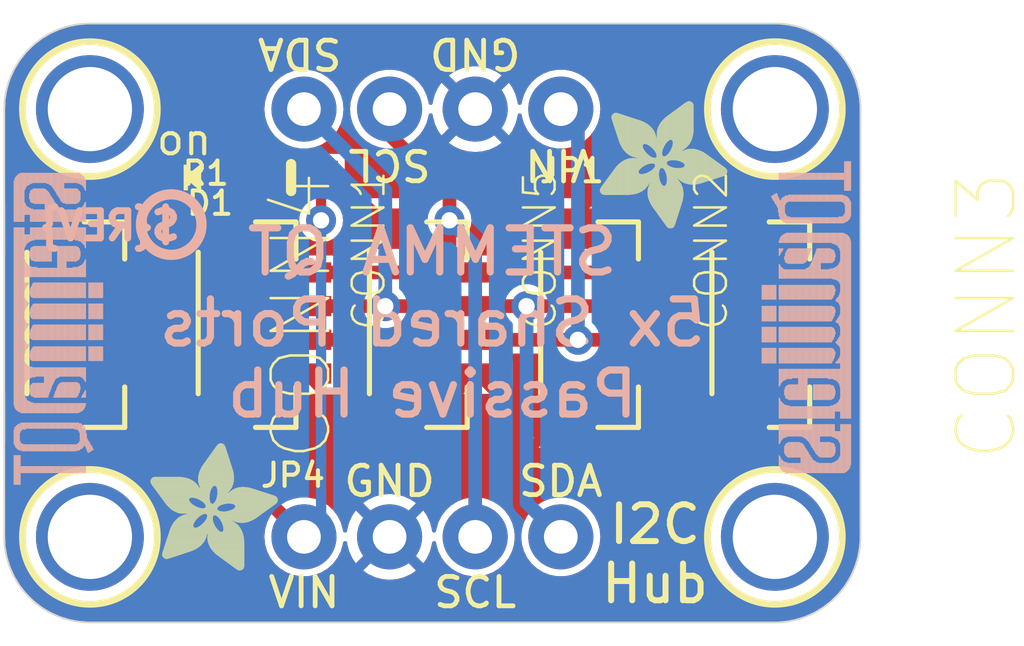
<source format=kicad_pcb>
(kicad_pcb (version 20221018) (generator pcbnew)
  (layers (0 "F.Cu" signal) (31 "B.Cu" signal) (34 "B.Paste" user) (35 "F.Paste" user) (36 "B.SilkS" user "B.Silkscreen") (37 "F.SilkS" user "F.Silkscreen") (38 "B.Mask" user) (39 "F.Mask" user) (44 "Edge.Cuts" user))
  (net 0 "")
  (net 1 "GND")
  (net 2 "SDA")
  (net 3 "SCL")
  (net 4 "VCC")
  (net 5 "N$1")
  (footprint "working:JST_SH4_RA" (layer "F.Cu") (at 138.7221 105.0036 -90)
    (fp_text reference "CONN4" (at -4.6 -5.9 90) (layer "F.SilkS") (effects (font (size 1.703222 1.703222) (thickness 0.074778)) (justify right)))
    (fp_text value "STEMMA_I2C_QTRA" hide)
    (pad "1" smd rect (at 1.5 -0.924 180) (size 1.55 0.6) (layers "F.Cu" "F.Paste" "F.Mask") (net 1 "GND"))
    (pad "2" smd rect (at 0.5 -0.924 180) (size 1.55 0.6) (layers "F.Cu" "F.Paste" "F.Mask") (net 4 "VCC"))
    (pad "3" smd rect (at -0.5 -0.924 180) (size 1.55 0.6) (layers "F.Cu" "F.Paste" "F.Mask") (net 2 "SDA"))
    (pad "4" smd rect (at -1.5 -0.924 180) (size 1.55 0.6) (layers "F.Cu" "F.Paste" "F.Mask") (net 3 "SCL"))
    (pad "MT1" smd rect (at -2.8 1.6242) (size 1.8 1.2) (layers "F.Cu" "F.Paste" "F.Mask") (net 1 "GND"))
    (pad "MT2" smd rect (at 2.8 1.6242) (size 1.8 1.2) (layers "F.Cu" "F.Paste" "F.Mask") (net 1 "GND"))
  )
  (footprint "working:0603-NO" (layer "F.Cu") (at 144.3101 100.6856 180)
    (fp_text reference "R1" (at 1.778 0.127) (layer "F.SilkS") (effects (font (size 0.692831 0.692831) (thickness 0.119969)) (justify right)))
    (fp_text value "10K")
    (pad "1" smd rect (at -0.85 0 180) (size 1.075 1) (layers "F.Cu" "F.Paste" "F.Mask") (net 4 "VCC"))
    (pad "2" smd rect (at 0.85 0 180) (size 1.075 1) (layers "F.Cu" "F.Paste" "F.Mask") (net 5 "N$1"))
  )
  (footprint "working:JST_SH4_RA" (layer "F.Cu") (at 148.8821 105.0036 -90)
    (fp_text reference "CONN5" (at -4.6 -2.814 90) (layer "F.SilkS") (effects (font (size 0.941222 0.941222) (thickness 0.074778)) (justify right)))
    (fp_text value "STEMMA_I2C_QTRA")
    (pad "1" smd rect (at 1.5 -0.924 180) (size 1.55 0.6) (layers "F.Cu" "F.Paste" "F.Mask") (net 1 "GND"))
    (pad "2" smd rect (at 0.5 -0.924 180) (size 1.55 0.6) (layers "F.Cu" "F.Paste" "F.Mask") (net 4 "VCC"))
    (pad "3" smd rect (at -0.5 -0.924 180) (size 1.55 0.6) (layers "F.Cu" "F.Paste" "F.Mask") (net 2 "SDA"))
    (pad "4" smd rect (at -1.5 -0.924 180) (size 1.55 0.6) (layers "F.Cu" "F.Paste" "F.Mask") (net 3 "SCL"))
    (pad "MT1" smd rect (at -2.8 1.6242) (size 1.8 1.2) (layers "F.Cu" "F.Paste" "F.Mask") (net 1 "GND"))
    (pad "MT2" smd rect (at 2.8 1.6242) (size 1.8 1.2) (layers "F.Cu" "F.Paste" "F.Mask") (net 1 "GND"))
  )
  (footprint "working:JST_SH4_RA" (layer "F.Cu") (at 153.9621 105.0036 -90)
    (fp_text reference "CONN2" (at -4.6 -2.814 90) (layer "F.SilkS") (effects (font (size 0.941222 0.941222) (thickness 0.074778)) (justify right)))
    (fp_text value "STEMMA_I2C_QTRA")
    (pad "1" smd rect (at 1.5 -0.924 180) (size 1.55 0.6) (layers "F.Cu" "F.Paste" "F.Mask") (net 1 "GND"))
    (pad "2" smd rect (at 0.5 -0.924 180) (size 1.55 0.6) (layers "F.Cu" "F.Paste" "F.Mask") (net 4 "VCC"))
    (pad "3" smd rect (at -0.5 -0.924 180) (size 1.55 0.6) (layers "F.Cu" "F.Paste" "F.Mask") (net 2 "SDA"))
    (pad "4" smd rect (at -1.5 -0.924 180) (size 1.55 0.6) (layers "F.Cu" "F.Paste" "F.Mask") (net 3 "SCL"))
    (pad "MT1" smd rect (at -2.8 1.6242) (size 1.8 1.2) (layers "F.Cu" "F.Paste" "F.Mask") (net 1 "GND"))
    (pad "MT2" smd rect (at 2.8 1.6242) (size 1.8 1.2) (layers "F.Cu" "F.Paste" "F.Mask") (net 1 "GND"))
  )
  (footprint "working:FIDUCIAL_1MM" (layer "F.Cu") (at 140.8811 97.0026)
    (fp_text reference "FID4" hide)
    (fp_text value "FIDUCIAL_1MM" hide)
    (pad "1" smd roundrect (at 0 0) (size 1 1) (layers "F.Cu" "F.Mask") (roundrect_rratio 0.5))
  )
  (footprint "working:MOUNTINGHOLE_2.5_PLATED" (layer "F.Cu") (at 158.6611 98.6536)
    (fp_text reference "U$17" hide)
    (fp_text value "MOUNTINGHOLE2.5" hide)
    (pad "P$1" thru_hole circle (at 0 0) (size 3.2 3.2) (drill 2.5) (layers "*.Cu" "*.Mask"))
    (zone (net 0) (net_name "") (layer "F.Cu") (connect_pads (clearance 0)) (min_thickness 0.25)
      (keepout (tracks not_allowed) (vias not_allowed) (pads not_allowed) (copperpour not_allowed) (footprints allowed))
      (fill (thermal_gap 0.5) (thermal_bridge_width 0.5))
      (polygon (pts (xy 160.6771 98.6536) (xy 160.65748 98.373027) (xy 160.599004 98.097915) (xy 160.502808 97.833619) (xy 160.370765 97.585283) (xy 160.205446 97.35774) (xy 160.010067 97.15542) (xy 159.788433 96.98226) (xy 159.544856 96.841631) (xy 159.284078 96.73627) (xy 159.011175 96.668228) (xy 158.731457 96.638828) (xy 158.450371 96.648644) (xy 158.173385 96.697484) (xy 157.905893 96.784397) (xy 157.6531 96.907693) (xy 157.419926 97.06497) (xy 157.210911 97.253169) (xy 157.030122 97.468625) (xy 156.881078 97.707145) (xy 156.76668 97.964087) (xy 156.689154 98.23445) (xy 156.650011 98.512971) (xy 156.650011 98.794229) (xy 156.689154 99.07275) (xy 156.76668 99.343113) (xy 156.881078 99.600055) (xy 157.030122 99.838575) (xy 157.210911 100.054031) (xy 157.419926 100.24223) (xy 157.6531 100.399507) (xy 157.905893 100.522803) (xy 158.173385 100.609716) (xy 158.450371 100.658556) (xy 158.731457 100.668372) (xy 159.011175 100.638972) (xy 159.284078 100.57093) (xy 159.544856 100.465569) (xy 159.788433 100.32494) (xy 160.010067 100.15178) (xy 160.205446 99.94946) (xy 160.370765 99.721917) (xy 160.502808 99.473581) (xy 160.599004 99.209285) (xy 160.65748 98.934173)))
      (polygon (pts (xy 158.6451 98.6536) (xy 158.649786 98.664914) (xy 158.6611 98.6696) (xy 158.672414 98.664914) (xy 158.6771 98.6536) (xy 158.672414 98.642286) (xy 158.6611 98.6376) (xy 158.649786 98.642286)))
    )
    (zone (net 0) (net_name "") (layer "B.Cu") (connect_pads (clearance 0)) (min_thickness 0.25)
      (keepout (tracks not_allowed) (vias not_allowed) (pads not_allowed) (copperpour not_allowed) (footprints allowed))
      (fill (thermal_gap 0.5) (thermal_bridge_width 0.5))
      (polygon (pts (xy 160.6771 98.6536) (xy 160.65748 98.373027) (xy 160.599004 98.097915) (xy 160.502808 97.833619) (xy 160.370765 97.585283) (xy 160.205446 97.35774) (xy 160.010067 97.15542) (xy 159.788433 96.98226) (xy 159.544856 96.841631) (xy 159.284078 96.73627) (xy 159.011175 96.668228) (xy 158.731457 96.638828) (xy 158.450371 96.648644) (xy 158.173385 96.697484) (xy 157.905893 96.784397) (xy 157.6531 96.907693) (xy 157.419926 97.06497) (xy 157.210911 97.253169) (xy 157.030122 97.468625) (xy 156.881078 97.707145) (xy 156.76668 97.964087) (xy 156.689154 98.23445) (xy 156.650011 98.512971) (xy 156.650011 98.794229) (xy 156.689154 99.07275) (xy 156.76668 99.343113) (xy 156.881078 99.600055) (xy 157.030122 99.838575) (xy 157.210911 100.054031) (xy 157.419926 100.24223) (xy 157.6531 100.399507) (xy 157.905893 100.522803) (xy 158.173385 100.609716) (xy 158.450371 100.658556) (xy 158.731457 100.668372) (xy 159.011175 100.638972) (xy 159.284078 100.57093) (xy 159.544856 100.465569) (xy 159.788433 100.32494) (xy 160.010067 100.15178) (xy 160.205446 99.94946) (xy 160.370765 99.721917) (xy 160.502808 99.473581) (xy 160.599004 99.209285) (xy 160.65748 98.934173)))
      (polygon (pts (xy 158.6451 98.6536) (xy 158.649786 98.664914) (xy 158.6611 98.6696) (xy 158.672414 98.664914) (xy 158.6771 98.6536) (xy 158.672414 98.642286) (xy 158.6611 98.6376) (xy 158.649786 98.642286)))
    )
  )
  (footprint "working:1X04_ROUND_76" (layer "F.Cu") (at 148.5011 111.3536)
    (fp_text reference "JP4" (at -5.1562 -1.8288) (layer "F.SilkS") (effects (font (size 0.692831 0.692831) (thickness 0.119969)) (justify left)))
    (fp_text value "")
    (pad "1" thru_hole circle (at -3.81 0 90) (size 1.9304 1.9304) (drill 1) (layers "*.Cu" "*.Mask") (net 4 "VCC"))
    (pad "2" thru_hole circle (at -1.27 0 90) (size 1.9304 1.9304) (drill 1) (layers "*.Cu" "*.Mask") (net 1 "GND"))
    (pad "3" thru_hole circle (at 1.27 0 90) (size 1.9304 1.9304) (drill 1) (layers "*.Cu" "*.Mask") (net 3 "SCL"))
    (pad "4" thru_hole circle (at 3.81 0 90) (size 1.9304 1.9304) (drill 1) (layers "*.Cu" "*.Mask") (net 2 "SDA"))
  )
  (footprint "working:CHIPLED_0603_NOOUTLINE" (layer "F.Cu") (at 141.3891 100.6856 90)
    (fp_text reference "D1" (at -0.762 1.27) (layer "F.SilkS") (effects (font (size 0.692831 0.692831) (thickness 0.119969)) (justify right)))
    (fp_text value "GREEN")
    (pad "A" smd rect (at 0 0.75 90) (size 0.8 0.8) (layers "F.Cu" "F.Paste" "F.Mask") (net 5 "N$1"))
    (pad "C" smd rect (at 0 -0.75 90) (size 0.8 0.8) (layers "F.Cu" "F.Paste" "F.Mask") (net 1 "GND"))
  )
  (footprint "working:JST_SH4_RA" (layer "F.Cu") (at 159.0421 105.0036 -90)
    (fp_text reference "CONN3" (at -4.6 -5.9 90) (layer "F.SilkS") (effects (font (size 1.703222 1.703222) (thickness 0.074778)) (justify right)))
    (fp_text value "STEMMA_I2C_QTRA" hide)
    (pad "1" smd rect (at 1.5 -0.924 180) (size 1.55 0.6) (layers "F.Cu" "F.Paste" "F.Mask") (net 1 "GND"))
    (pad "2" smd rect (at 0.5 -0.924 180) (size 1.55 0.6) (layers "F.Cu" "F.Paste" "F.Mask") (net 4 "VCC"))
    (pad "3" smd rect (at -0.5 -0.924 180) (size 1.55 0.6) (layers "F.Cu" "F.Paste" "F.Mask") (net 2 "SDA"))
    (pad "4" smd rect (at -1.5 -0.924 180) (size 1.55 0.6) (layers "F.Cu" "F.Paste" "F.Mask") (net 3 "SCL"))
    (pad "MT1" smd rect (at -2.8 1.6242) (size 1.8 1.2) (layers "F.Cu" "F.Paste" "F.Mask") (net 1 "GND"))
    (pad "MT2" smd rect (at 2.8 1.6242) (size 1.8 1.2) (layers "F.Cu" "F.Paste" "F.Mask") (net 1 "GND"))
  )
  (footprint "working:MOUNTINGHOLE_2.5_PLATED" (layer "F.Cu") (at 158.6611 111.3536)
    (fp_text reference "U$21" hide)
    (fp_text value "MOUNTINGHOLE2.5" hide)
    (pad "P$1" thru_hole circle (at 0 0) (size 3.2 3.2) (drill 2.5) (layers "*.Cu" "*.Mask"))
    (zone (net 0) (net_name "") (layer "F.Cu") (connect_pads (clearance 0)) (min_thickness 0.25)
      (keepout (tracks not_allowed) (vias not_allowed) (pads not_allowed) (copperpour not_allowed) (footprints allowed))
      (fill (thermal_gap 0.5) (thermal_bridge_width 0.5))
      (polygon (pts (xy 160.6771 111.3536) (xy 160.65748 111.073027) (xy 160.599004 110.797915) (xy 160.502808 110.533619) (xy 160.370765 110.285283) (xy 160.205446 110.05774) (xy 160.010067 109.85542) (xy 159.788433 109.68226) (xy 159.544856 109.541631) (xy 159.284078 109.43627) (xy 159.011175 109.368228) (xy 158.731457 109.338828) (xy 158.450371 109.348644) (xy 158.173385 109.397484) (xy 157.905893 109.484397) (xy 157.6531 109.607693) (xy 157.419926 109.76497) (xy 157.210911 109.953169) (xy 157.030122 110.168625) (xy 156.881078 110.407145) (xy 156.76668 110.664087) (xy 156.689154 110.93445) (xy 156.650011 111.212971) (xy 156.650011 111.494229) (xy 156.689154 111.77275) (xy 156.76668 112.043113) (xy 156.881078 112.300055) (xy 157.030122 112.538575) (xy 157.210911 112.754031) (xy 157.419926 112.94223) (xy 157.6531 113.099507) (xy 157.905893 113.222803) (xy 158.173385 113.309716) (xy 158.450371 113.358556) (xy 158.731457 113.368372) (xy 159.011175 113.338972) (xy 159.284078 113.27093) (xy 159.544856 113.165569) (xy 159.788433 113.02494) (xy 160.010067 112.85178) (xy 160.205446 112.64946) (xy 160.370765 112.421917) (xy 160.502808 112.173581) (xy 160.599004 111.909285) (xy 160.65748 111.634173)))
      (polygon (pts (xy 158.6451 111.3536) (xy 158.649786 111.364914) (xy 158.6611 111.3696) (xy 158.672414 111.364914) (xy 158.6771 111.3536) (xy 158.672414 111.342286) (xy 158.6611 111.3376) (xy 158.649786 111.342286)))
    )
    (zone (net 0) (net_name "") (layer "B.Cu") (connect_pads (clearance 0)) (min_thickness 0.25)
      (keepout (tracks not_allowed) (vias not_allowed) (pads not_allowed) (copperpour not_allowed) (footprints allowed))
      (fill (thermal_gap 0.5) (thermal_bridge_width 0.5))
      (polygon (pts (xy 160.6771 111.3536) (xy 160.65748 111.073027) (xy 160.599004 110.797915) (xy 160.502808 110.533619) (xy 160.370765 110.285283) (xy 160.205446 110.05774) (xy 160.010067 109.85542) (xy 159.788433 109.68226) (xy 159.544856 109.541631) (xy 159.284078 109.43627) (xy 159.011175 109.368228) (xy 158.731457 109.338828) (xy 158.450371 109.348644) (xy 158.173385 109.397484) (xy 157.905893 109.484397) (xy 157.6531 109.607693) (xy 157.419926 109.76497) (xy 157.210911 109.953169) (xy 157.030122 110.168625) (xy 156.881078 110.407145) (xy 156.76668 110.664087) (xy 156.689154 110.93445) (xy 156.650011 111.212971) (xy 156.650011 111.494229) (xy 156.689154 111.77275) (xy 156.76668 112.043113) (xy 156.881078 112.300055) (xy 157.030122 112.538575) (xy 157.210911 112.754031) (xy 157.419926 112.94223) (xy 157.6531 113.099507) (xy 157.905893 113.222803) (xy 158.173385 113.309716) (xy 158.450371 113.358556) (xy 158.731457 113.368372) (xy 159.011175 113.338972) (xy 159.284078 113.27093) (xy 159.544856 113.165569) (xy 159.788433 113.02494) (xy 160.010067 112.85178) (xy 160.205446 112.64946) (xy 160.370765 112.421917) (xy 160.502808 112.173581) (xy 160.599004 111.909285) (xy 160.65748 111.634173)))
      (polygon (pts (xy 158.6451 111.3536) (xy 158.649786 111.364914) (xy 158.6611 111.3696) (xy 158.672414 111.364914) (xy 158.6771 111.3536) (xy 158.672414 111.342286) (xy 158.6611 111.3376) (xy 158.649786 111.342286)))
    )
  )
  (footprint "working:FIDUCIAL_1MM" (layer "F.Cu") (at 155.2321 109.0676)
    (fp_text reference "FID3" hide)
    (fp_text value "FIDUCIAL_1MM" hide)
    (pad "1" smd roundrect (at 0 0) (size 1 1) (layers "F.Cu" "F.Mask") (roundrect_rratio 0.5))
  )
  (footprint "working:MOUNTINGHOLE_2.5_PLATED" (layer "F.Cu") (at 138.3411 111.3536)
    (fp_text reference "U$19" hide)
    (fp_text value "MOUNTINGHOLE2.5" hide)
    (pad "P$1" thru_hole circle (at 0 0) (size 3.2 3.2) (drill 2.5) (layers "*.Cu" "*.Mask"))
    (zone (net 0) (net_name "") (layer "F.Cu") (connect_pads (clearance 0)) (min_thickness 0.25)
      (keepout (tracks not_allowed) (vias not_allowed) (pads not_allowed) (copperpour not_allowed) (footprints allowed))
      (fill (thermal_gap 0.5) (thermal_bridge_width 0.5))
      (polygon (pts (xy 140.3571 111.3536) (xy 140.33748 111.073027) (xy 140.279004 110.797915) (xy 140.182808 110.533619) (xy 140.050765 110.285283) (xy 139.885446 110.05774) (xy 139.690067 109.85542) (xy 139.468433 109.68226) (xy 139.224856 109.541631) (xy 138.964078 109.43627) (xy 138.691175 109.368228) (xy 138.411457 109.338828) (xy 138.130371 109.348644) (xy 137.853385 109.397484) (xy 137.585893 109.484397) (xy 137.3331 109.607693) (xy 137.099926 109.76497) (xy 136.890911 109.953169) (xy 136.710122 110.168625) (xy 136.561078 110.407145) (xy 136.44668 110.664087) (xy 136.369154 110.93445) (xy 136.330011 111.212971) (xy 136.330011 111.494229) (xy 136.369154 111.77275) (xy 136.44668 112.043113) (xy 136.561078 112.300055) (xy 136.710122 112.538575) (xy 136.890911 112.754031) (xy 137.099926 112.94223) (xy 137.3331 113.099507) (xy 137.585893 113.222803) (xy 137.853385 113.309716) (xy 138.130371 113.358556) (xy 138.411457 113.368372) (xy 138.691175 113.338972) (xy 138.964078 113.27093) (xy 139.224856 113.165569) (xy 139.468433 113.02494) (xy 139.690067 112.85178) (xy 139.885446 112.64946) (xy 140.050765 112.421917) (xy 140.182808 112.173581) (xy 140.279004 111.909285) (xy 140.33748 111.634173)))
      (polygon (pts (xy 138.3251 111.3536) (xy 138.329786 111.364914) (xy 138.3411 111.3696) (xy 138.352414 111.364914) (xy 138.3571 111.3536) (xy 138.352414 111.342286) (xy 138.3411 111.3376) (xy 138.329786 111.342286)))
    )
    (zone (net 0) (net_name "") (layer "B.Cu") (connect_pads (clearance 0)) (min_thickness 0.25)
      (keepout (tracks not_allowed) (vias not_allowed) (pads not_allowed) (copperpour not_allowed) (footprints allowed))
      (fill (thermal_gap 0.5) (thermal_bridge_width 0.5))
      (polygon (pts (xy 140.3571 111.3536) (xy 140.33748 111.073027) (xy 140.279004 110.797915) (xy 140.182808 110.533619) (xy 140.050765 110.285283) (xy 139.885446 110.05774) (xy 139.690067 109.85542) (xy 139.468433 109.68226) (xy 139.224856 109.541631) (xy 138.964078 109.43627) (xy 138.691175 109.368228) (xy 138.411457 109.338828) (xy 138.130371 109.348644) (xy 137.853385 109.397484) (xy 137.585893 109.484397) (xy 137.3331 109.607693) (xy 137.099926 109.76497) (xy 136.890911 109.953169) (xy 136.710122 110.168625) (xy 136.561078 110.407145) (xy 136.44668 110.664087) (xy 136.369154 110.93445) (xy 136.330011 111.212971) (xy 136.330011 111.494229) (xy 136.369154 111.77275) (xy 136.44668 112.043113) (xy 136.561078 112.300055) (xy 136.710122 112.538575) (xy 136.890911 112.754031) (xy 137.099926 112.94223) (xy 137.3331 113.099507) (xy 137.585893 113.222803) (xy 137.853385 113.309716) (xy 138.130371 113.358556) (xy 138.411457 113.368372) (xy 138.691175 113.338972) (xy 138.964078 113.27093) (xy 139.224856 113.165569) (xy 139.468433 113.02494) (xy 139.690067 112.85178) (xy 139.885446 112.64946) (xy 140.050765 112.421917) (xy 140.182808 112.173581) (xy 140.279004 111.909285) (xy 140.33748 111.634173)))
      (polygon (pts (xy 138.3251 111.3536) (xy 138.329786 111.364914) (xy 138.3411 111.3696) (xy 138.352414 111.364914) (xy 138.3571 111.3536) (xy 138.352414 111.342286) (xy 138.3411 111.3376) (xy 138.329786 111.342286)))
    )
  )
  (footprint "working:ADAFRUIT_3.5MM" (layer "F.Cu") (at 153.4541 98.3996 -90)
    (fp_text reference "U$3" hide)
    (fp_text value "" hide)
  )
  (footprint "working:MOUNTINGHOLE_2.5_PLATED" (layer "F.Cu") (at 138.3411 98.6536)
    (fp_text reference "U$1" hide)
    (fp_text value "MOUNTINGHOLE2.5" hide)
    (pad "P$1" thru_hole circle (at 0 0) (size 3.2 3.2) (drill 2.5) (layers "*.Cu" "*.Mask"))
    (zone (net 0) (net_name "") (layer "F.Cu") (connect_pads (clearance 0)) (min_thickness 0.25)
      (keepout (tracks not_allowed) (vias not_allowed) (pads not_allowed) (copperpour not_allowed) (footprints allowed))
      (fill (thermal_gap 0.5) (thermal_bridge_width 0.5))
      (polygon (pts (xy 140.3571 98.6536) (xy 140.33748 98.373027) (xy 140.279004 98.097915) (xy 140.182808 97.833619) (xy 140.050765 97.585283) (xy 139.885446 97.35774) (xy 139.690067 97.15542) (xy 139.468433 96.98226) (xy 139.224856 96.841631) (xy 138.964078 96.73627) (xy 138.691175 96.668228) (xy 138.411457 96.638828) (xy 138.130371 96.648644) (xy 137.853385 96.697484) (xy 137.585893 96.784397) (xy 137.3331 96.907693) (xy 137.099926 97.06497) (xy 136.890911 97.253169) (xy 136.710122 97.468625) (xy 136.561078 97.707145) (xy 136.44668 97.964087) (xy 136.369154 98.23445) (xy 136.330011 98.512971) (xy 136.330011 98.794229) (xy 136.369154 99.07275) (xy 136.44668 99.343113) (xy 136.561078 99.600055) (xy 136.710122 99.838575) (xy 136.890911 100.054031) (xy 137.099926 100.24223) (xy 137.3331 100.399507) (xy 137.585893 100.522803) (xy 137.853385 100.609716) (xy 138.130371 100.658556) (xy 138.411457 100.668372) (xy 138.691175 100.638972) (xy 138.964078 100.57093) (xy 139.224856 100.465569) (xy 139.468433 100.32494) (xy 139.690067 100.15178) (xy 139.885446 99.94946) (xy 140.050765 99.721917) (xy 140.182808 99.473581) (xy 140.279004 99.209285) (xy 140.33748 98.934173)))
      (polygon (pts (xy 138.3251 98.6536) (xy 138.329786 98.664914) (xy 138.3411 98.6696) (xy 138.352414 98.664914) (xy 138.3571 98.6536) (xy 138.352414 98.642286) (xy 138.3411 98.6376) (xy 138.329786 98.642286)))
    )
    (zone (net 0) (net_name "") (layer "B.Cu") (connect_pads (clearance 0)) (min_thickness 0.25)
      (keepout (tracks not_allowed) (vias not_allowed) (pads not_allowed) (copperpour not_allowed) (footprints allowed))
      (fill (thermal_gap 0.5) (thermal_bridge_width 0.5))
      (polygon (pts (xy 140.3571 98.6536) (xy 140.33748 98.373027) (xy 140.279004 98.097915) (xy 140.182808 97.833619) (xy 140.050765 97.585283) (xy 139.885446 97.35774) (xy 139.690067 97.15542) (xy 139.468433 96.98226) (xy 139.224856 96.841631) (xy 138.964078 96.73627) (xy 138.691175 96.668228) (xy 138.411457 96.638828) (xy 138.130371 96.648644) (xy 137.853385 96.697484) (xy 137.585893 96.784397) (xy 137.3331 96.907693) (xy 137.099926 97.06497) (xy 136.890911 97.253169) (xy 136.710122 97.468625) (xy 136.561078 97.707145) (xy 136.44668 97.964087) (xy 136.369154 98.23445) (xy 136.330011 98.512971) (xy 136.330011 98.794229) (xy 136.369154 99.07275) (xy 136.44668 99.343113) (xy 136.561078 99.600055) (xy 136.710122 99.838575) (xy 136.890911 100.054031) (xy 137.099926 100.24223) (xy 137.3331 100.399507) (xy 137.585893 100.522803) (xy 137.853385 100.609716) (xy 138.130371 100.658556) (xy 138.411457 100.668372) (xy 138.691175 100.638972) (xy 138.964078 100.57093) (xy 139.224856 100.465569) (xy 139.468433 100.32494) (xy 139.690067 100.15178) (xy 139.885446 99.94946) (xy 140.050765 99.721917) (xy 140.182808 99.473581) (xy 140.279004 99.209285) (xy 140.33748 98.934173)))
      (polygon (pts (xy 138.3251 98.6536) (xy 138.329786 98.664914) (xy 138.3411 98.6696) (xy 138.352414 98.664914) (xy 138.3571 98.6536) (xy 138.352414 98.642286) (xy 138.3411 98.6376) (xy 138.329786 98.642286)))
    )
  )
  (footprint "working:ADAFRUIT_3.5MM" (layer "F.Cu") (at 140.1191 112.3696)
    (fp_text reference "U$2" hide)
    (fp_text value "" hide)
  )
  (footprint "working:1X04_ROUND_76" (layer "F.Cu") (at 148.5011 98.6536 180)
    (fp_text reference "JP1" (at -5.1562 -1.8288) (layer "F.SilkS") (effects (font (size 0.692831 0.692831) (thickness 0.119969)) (justify right)))
    (fp_text value "")
    (pad "1" thru_hole circle (at -3.81 0 270) (size 1.9304 1.9304) (drill 1) (layers "*.Cu" "*.Mask") (net 4 "VCC"))
    (pad "2" thru_hole circle (at -1.27 0 270) (size 1.9304 1.9304) (drill 1) (layers "*.Cu" "*.Mask") (net 1 "GND"))
    (pad "3" thru_hole circle (at 1.27 0 270) (size 1.9304 1.9304) (drill 1) (layers "*.Cu" "*.Mask") (net 3 "SCL"))
    (pad "4" thru_hole circle (at 3.81 0 270) (size 1.9304 1.9304) (drill 1) (layers "*.Cu" "*.Mask") (net 2 "SDA"))
  )
  (footprint "working:JST_SH4_RA" (layer "F.Cu") (at 143.8021 105.0036 -90)
    (fp_text reference "CONN1" (at -4.6 -2.814 90) (layer "F.SilkS") (effects (font (size 0.941222 0.941222) (thickness 0.074778)) (justify right)))
    (fp_text value "STEMMA_I2C_QTRA")
    (pad "1" smd rect (at 1.5 -0.924 180) (size 1.55 0.6) (layers "F.Cu" "F.Paste" "F.Mask") (net 1 "GND"))
    (pad "2" smd rect (at 0.5 -0.924 180) (size 1.55 0.6) (layers "F.Cu" "F.Paste" "F.Mask") (net 4 "VCC"))
    (pad "3" smd rect (at -0.5 -0.924 180) (size 1.55 0.6) (layers "F.Cu" "F.Paste" "F.Mask") (net 2 "SDA"))
    (pad "4" smd rect (at -1.5 -0.924 180) (size 1.55 0.6) (layers "F.Cu" "F.Paste" "F.Mask") (net 3 "SCL"))
    (pad "MT1" smd rect (at -2.8 1.6242) (size 1.8 1.2) (layers "F.Cu" "F.Paste" "F.Mask") (net 1 "GND"))
    (pad "MT2" smd rect (at 2.8 1.6242) (size 1.8 1.2) (layers "F.Cu" "F.Paste" "F.Mask") (net 1 "GND"))
  )
  (footprint "working:STEMMAQT" (layer "B.Cu") (at 138.7221 100.5586 -90)
    (fp_text reference "U$31" hide)
    (fp_text value "" hide)
  )
  (footprint "working:PCBFEAT-REV-040" (layer "B.Cu") (at 140.7541 102.0826 180)
    (fp_text reference "U$25" hide)
    (fp_text value "" hide)
    (fp_text user "${REV}" (at -0.3556 -0.508) (layer "B.SilkS") (effects (font (size 0.8128 0.8128) (thickness 0.2032)) (justify left bottom mirror)))
  )
  (footprint "working:STEMMAQT" (layer "B.Cu") (at 158.2801 109.4486 90)
    (fp_text reference "U$30" hide)
    (fp_text value "" hide)
  )
  (gr_line (start 135.8011 98.6536) (end 135.8011 111.3536) (stroke (width 0.05)) (layer "Edge.Cuts"))
  (gr_line (start 138.3411 113.8936) (end 158.6611 113.8936) (stroke (width 0.05)) (layer "Edge.Cuts"))
  (gr_arc (start 135.8011 98.6536) (mid 136.545049 96.857549) (end 138.3411 96.1136) (stroke (width 0.05)) (layer "Edge.Cuts"))
  (gr_line (start 161.2011 111.3536) (end 161.2011 98.6536) (stroke (width 0.05)) (layer "Edge.Cuts"))
  (gr_arc (start 138.3411 113.8936) (mid 136.545049 113.149651) (end 135.8011 111.3536) (stroke (width 0.05)) (layer "Edge.Cuts"))
  (gr_arc (start 161.2011 111.3536) (mid 160.457151 113.149651) (end 158.6611 113.8936) (stroke (width 0.05)) (layer "Edge.Cuts"))
  (gr_arc (start 158.6611 96.1136) (mid 160.457151 96.857549) (end 161.2011 98.6536) (stroke (width 0.05)) (layer "Edge.Cuts"))
  (gr_line (start 158.6611 96.1136) (end 138.3411 96.1136) (stroke (width 0.05)) (layer "Edge.Cuts"))
  (gr_text "STEMMA QT\n5x Shared Ports\nPassive Hub" (at 148.5011 105.0036) (layer "B.SilkS") (effects (font (size 1.31064 1.31064) (thickness 0.21336)) (justify mirror)))
  (gr_text "VIN" (at 152.3111 100.3046 180) (layer "F.SilkS") (effects (font (size 0.87376 0.87376) (thickness 0.14224))))
  (gr_text "VIN" (at 144.6911 113.0046) (layer "F.SilkS") (effects (font (size 0.87376 0.87376) (thickness 0.14224))))
  (gr_text "I2C\nHub" (at 155.1051 111.8616) (layer "F.SilkS") (effects (font (size 1.0922 1.0922) (thickness 0.1778))))
  (gr_text "SCL" (at 147.2311 100.3046 180) (layer "F.SilkS") (effects (font (size 0.87376 0.87376) (thickness 0.14224))))
  (gr_text "SDA" (at 152.3111 109.7026) (layer "F.SilkS") (effects (font (size 0.87376 0.87376) (thickness 0.14224))))
  (gr_text "SDA" (at 144.5641 97.0026 180) (layer "F.SilkS") (effects (font (size 0.87376 0.87376) (thickness 0.14224))))
  (gr_text "GND" (at 147.2311 109.7026) (layer "F.SilkS") (effects (font (size 0.87376 0.87376) (thickness 0.14224))))
  (gr_text "SCL" (at 149.7711 113.0046) (layer "F.SilkS") (effects (font (size 0.87376 0.87376) (thickness 0.14224))))
  (gr_text "on" (at 142.0241 99.0346) (layer "F.SilkS") (effects (font (size 0.89408 0.89408) (thickness 0.12192)) (justify right top)))
  (gr_text "GND" (at 149.7711 97.0026 180) (layer "F.SilkS") (effects (font (size 0.87376 0.87376) (thickness 0.14224))))
  (segment (start 149.8061 104.5036) (end 147.1041 104.5036) (width 0.4064) (layer "F.Cu") (net 2))
  (segment (start 144.7261 104.5036) (end 147.1041 104.5036) (width 0.4064) (layer "F.Cu") (net 2))
  (segment (start 159.9661 104.5036) (end 154.8861 104.5036) (width 0.4064) (layer "F.Cu") (net 2))
  (segment (start 154.8861 104.5036) (end 151.2951 104.5036) (width 0.4064) (layer "F.Cu") (net 2))
  (segment (start 151.2951 104.5036) (end 149.8061 104.5036) (width 0.4064) (layer "F.Cu") (net 2))
  (segment (start 139.6461 104.5036) (end 144.7261 104.5036) (width 0.4064) (layer "F.Cu") (net 2))
  (via (at 147.1041 104.5036) (size 0.889) (drill 0.4826) (layers "F.Cu" "B.Cu") (net 2))
  (via (at 151.2951 104.5036) (size 0.889) (drill 0.4826) (layers "F.Cu" "B.Cu") (net 2))
  (segment (start 151.2951 104.5036) (end 151.2951 110.3376) (width 0.4064) (layer "B.Cu") (net 2))
  (segment (start 152.3111 111.3536) (end 151.2951 110.3376) (width 0.4064) (layer "B.Cu") (net 2))
  (segment (start 147.1041 101.0666) (end 147.1041 104.5036) (width 0.4064) (layer "B.Cu") (net 2))
  (segment (start 144.6911 98.6536) (end 147.1041 101.0666) (width 0.4064) (layer "B.Cu") (net 2))
  (segment (start 149.0091 103.5036) (end 149.8061 103.5036) (width 0.4064) (layer "F.Cu") (net 3))
  (segment (start 149.8061 103.5036) (end 154.8861 103.5036) (width 0.4064) (layer "F.Cu") (net 3))
  (segment (start 147.2311 98.6536) (end 147.2311 99.4156) (width 0.4064) (layer "F.Cu") (net 3))
  (segment (start 149.0091 101.1936) (end 149.0091 101.9556) (width 0.4064) (layer "F.Cu") (net 3))
  (segment (start 144.7261 103.5036) (end 149.0091 103.5036) (width 0.4064) (layer "F.Cu") (net 3))
  (segment (start 139.6461 103.5036) (end 144.7261 103.5036) (width 0.4064) (layer "F.Cu") (net 3))
  (segment (start 149.0091 101.9556) (end 149.0091 103.5036) (width 0.4064) (layer "F.Cu") (net 3))
  (segment (start 147.2311 99.4156) (end 149.0091 101.1936) (width 0.4064) (layer "F.Cu") (net 3))
  (segment (start 154.8861 103.5036) (end 159.9661 103.5036) (width 0.4064) (layer "F.Cu") (net 3))
  (via (at 149.0091 101.9556) (size 0.889) (drill 0.4826) (layers "F.Cu" "B.Cu") (net 3))
  (segment (start 149.7711 102.7176) (end 149.0091 101.9556) (width 0.4064) (layer "B.Cu") (net 3))
  (segment (start 149.7711 111.3536) (end 149.7711 102.7176) (width 0.4064) (layer "B.Cu") (net 3))
  (segment (start 152.8191 105.5036) (end 154.8861 105.5036) (width 0.4064) (layer "F.Cu") (net 4))
  (segment (start 149.8061 105.5036) (end 152.8191 105.5036) (width 0.4064) (layer "F.Cu") (net 4))
  (segment (start 143.1671 105.5036) (end 144.7261 105.5036) (width 0.4064) (layer "F.Cu") (net 4))
  (segment (start 139.6461 105.5036) (end 143.1671 105.5036) (width 0.4064) (layer "F.Cu") (net 4))
  (segment (start 143.1671 105.5036) (end 143.4843 105.8208) (width 0.4064) (layer "F.Cu") (net 4))
  (segment (start 144.7261 105.5036) (end 149.8061 105.5036) (width 0.4064) (layer "F.Cu") (net 4))
  (segment (start 143.4843 105.8208) (end 143.4843 110.1468) (width 0.4064) (layer "F.Cu") (net 4))
  (segment (start 154.8861 105.5036) (end 159.9661 105.5036) (width 0.4064) (layer "F.Cu") (net 4))
  (segment (start 150.2711 105.5036) (end 150.2791 105.5116) (width 0.4064) (layer "F.Cu") (net 4))
  (segment (start 145.1991 100.7246) (end 145.1601 100.6856) (width 0.3048) (layer "F.Cu") (net 4))
  (segment (start 149.8061 105.5036) (end 150.2711 105.5036) (width 0.4064) (layer "F.Cu") (net 4))
  (segment (start 145.1991 100.7246) (end 145.1991 101.9556) (width 0.3048) (layer "F.Cu") (net 4))
  (segment (start 143.4843 110.1468) (end 144.6911 111.3536) (width 0.4064) (layer "F.Cu") (net 4))
  (via (at 145.1991 101.9556) (size 0.889) (drill 0.4826) (layers "F.Cu" "B.Cu") (net 4))
  (via (at 152.8191 105.5036) (size 0.889) (drill 0.4826) (layers "F.Cu" "B.Cu") (net 4))
  (segment (start 145.1991 101.9556) (end 145.1991 110.8456) (width 0.3048) (layer "B.Cu") (net 4))
  (segment (start 152.3111 98.6536) (end 152.8191 99.1616) (width 0.4064) (layer "B.Cu") (net 4))
  (segment (start 144.6911 111.3536) (end 145.1991 110.8456) (width 0.3048) (layer "B.Cu") (net 4))
  (segment (start 152.8191 99.1616) (end 152.8191 105.5036) (width 0.4064) (layer "B.Cu") (net 4))
  (segment (start 143.4601 100.6856) (end 142.1391 100.6856) (width 0.254) (layer "F.Cu") (net 5))
  (zone (net 1) (net_name "GND") (layer "F.Cu") (priority 6) (connect_pads (clearance 0.000001)) (min_thickness 0.127) (fill yes (thermal_gap 0.304) (thermal_bridge_width 0.304))
    (polygon (pts (xy 161.3281 114.0206) (xy 135.6741 114.0206) (xy 135.6741 95.9866) (xy 161.3281 95.9866)))
  )
  (zone (net 1) (net_name "GND") (layer "B.Cu") (priority 6) (connect_pads (clearance 0.000001)) (min_thickness 0.127) (fill yes (thermal_gap 0.304) (thermal_bridge_width 0.304))
    (polygon (pts (xy 161.3281 114.0206) (xy 135.6741 114.0206) (xy 135.6741 95.9866) (xy 161.3281 95.9866)))
  )
)
</source>
